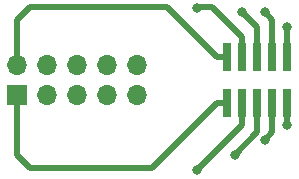
<source format=gbr>
G04 #@! TF.GenerationSoftware,KiCad,Pcbnew,5.1.5-52549c5~86~ubuntu18.04.1*
G04 #@! TF.CreationDate,2020-06-01T01:22:30-05:00*
G04 #@! TF.ProjectId,adap_127_254,61646170-5f31-4323-975f-3235342e6b69,rev?*
G04 #@! TF.SameCoordinates,Original*
G04 #@! TF.FileFunction,Copper,L1,Top*
G04 #@! TF.FilePolarity,Positive*
%FSLAX46Y46*%
G04 Gerber Fmt 4.6, Leading zero omitted, Abs format (unit mm)*
G04 Created by KiCad (PCBNEW 5.1.5-52549c5~86~ubuntu18.04.1) date 2020-06-01 01:22:30*
%MOMM*%
%LPD*%
G04 APERTURE LIST*
%ADD10R,0.740000X2.400000*%
%ADD11O,1.700000X1.700000*%
%ADD12R,1.700000X1.700000*%
%ADD13C,0.800000*%
%ADD14C,0.500000*%
G04 APERTURE END LIST*
D10*
X127000000Y-104730000D03*
X127000000Y-108630000D03*
X125730000Y-104730000D03*
X125730000Y-108630000D03*
X124460000Y-104730000D03*
X124460000Y-108630000D03*
X123190000Y-104730000D03*
X123190000Y-108630000D03*
X121920000Y-104730000D03*
X121920000Y-108630000D03*
D11*
X114300000Y-105410000D03*
X114300000Y-107950000D03*
X111760000Y-105410000D03*
X111760000Y-107950000D03*
X109220000Y-105410000D03*
X109220000Y-107950000D03*
X106680000Y-105410000D03*
X106680000Y-107950000D03*
X104140000Y-105410000D03*
D12*
X104140000Y-107950000D03*
D13*
X127000000Y-102235000D03*
X127000000Y-110490000D03*
X125095000Y-100965000D03*
X125095000Y-111760000D03*
X123190000Y-100965000D03*
X122555000Y-113030000D03*
X119380000Y-100625000D03*
X119380000Y-114300000D03*
D14*
X127000000Y-104730000D02*
X127000000Y-102235000D01*
X127000000Y-108630000D02*
X127000000Y-110490000D01*
X125730000Y-104730000D02*
X125730000Y-101600000D01*
X125730000Y-101600000D02*
X125095000Y-100965000D01*
X125095000Y-111760000D02*
X125730000Y-111125000D01*
X125730000Y-111125000D02*
X125730000Y-108630000D01*
X124460000Y-104730000D02*
X124460000Y-102235000D01*
X124460000Y-102235000D02*
X123190000Y-100965000D01*
X122555000Y-113030000D02*
X124460000Y-111125000D01*
X124460000Y-111125000D02*
X124460000Y-108630000D01*
X123190000Y-103030000D02*
X120650000Y-100490000D01*
X123190000Y-104730000D02*
X123190000Y-103030000D01*
X119540000Y-100490000D02*
X119525010Y-100475010D01*
X120650000Y-100490000D02*
X119540000Y-100490000D01*
X119525010Y-100475010D02*
X119525010Y-100479990D01*
X119525010Y-100479990D02*
X119380000Y-100625000D01*
X123190000Y-110490000D02*
X123190000Y-108630000D01*
X119380000Y-114300000D02*
X123190000Y-110490000D01*
X104140000Y-101600000D02*
X104140000Y-105410000D01*
X105264990Y-100475010D02*
X104140000Y-101600000D01*
X116795010Y-100475010D02*
X105264990Y-100475010D01*
X121920000Y-104730000D02*
X121050000Y-104730000D01*
X121050000Y-104730000D02*
X116795010Y-100475010D01*
X121050000Y-108630000D02*
X115570000Y-114110000D01*
X121920000Y-108630000D02*
X121050000Y-108630000D01*
X115570000Y-114110000D02*
X105220000Y-114110000D01*
X104140000Y-113030000D02*
X104140000Y-107950000D01*
X105220000Y-114110000D02*
X104140000Y-113030000D01*
M02*

</source>
